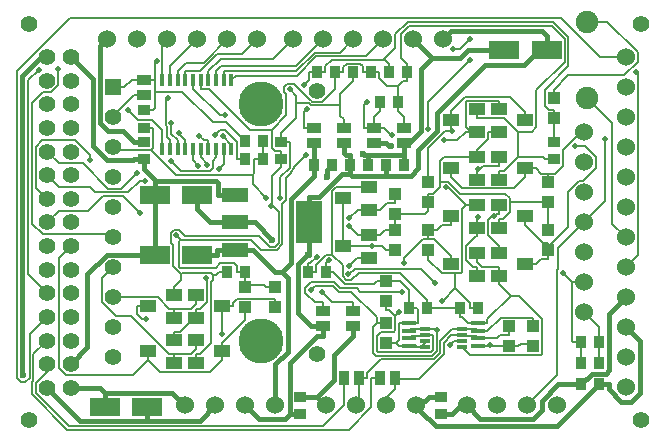
<source format=gtl>
%FSLAX34Y34*%
G04 Gerber Fmt 3.4, Leading zero omitted, Abs format*
G04 (created by PCBNEW (2014-jan-25)-product) date dom 15 jun 2014 08:51:59 CST*
%MOIN*%
G01*
G70*
G90*
G04 APERTURE LIST*
%ADD10C,0.005906*%
%ADD11C,0.056000*%
%ADD12C,0.060000*%
%ADD13C,0.075000*%
%ADD14R,0.055100X0.039300*%
%ADD15R,0.047200X0.013700*%
%ADD16R,0.035433X0.011811*%
%ADD17R,0.043300X0.039300*%
%ADD18C,0.055118*%
%ADD19C,0.020000*%
%ADD20R,0.012000X0.039000*%
%ADD21R,0.087900X0.047900*%
%ADD22R,0.086600X0.141700*%
%ADD23R,0.055000X0.055000*%
%ADD24C,0.055000*%
%ADD25C,0.150000*%
%ADD26R,0.038000X0.050000*%
%ADD27R,0.050000X0.038000*%
%ADD28R,0.102400X0.063000*%
%ADD29R,0.035400X0.039400*%
%ADD30R,0.039400X0.035400*%
%ADD31C,0.020079*%
%ADD32C,0.023622*%
%ADD33C,0.006008*%
%ADD34C,0.006000*%
%ADD35C,0.007874*%
%ADD36C,0.017717*%
G04 APERTURE END LIST*
G54D10*
G54D11*
X78107Y-23989D03*
X78893Y-23989D03*
X78107Y-24776D03*
X78893Y-24776D03*
X78107Y-25563D03*
X78893Y-25563D03*
X78107Y-26351D03*
X78893Y-26351D03*
X78107Y-27138D03*
X78893Y-27138D03*
X78107Y-27926D03*
X78893Y-27926D03*
X78107Y-28713D03*
X78893Y-28713D03*
X78107Y-29500D03*
X78893Y-29500D03*
X78107Y-30287D03*
X78893Y-30287D03*
X78107Y-31074D03*
X78893Y-31074D03*
X78107Y-31862D03*
X78893Y-31862D03*
X78107Y-32649D03*
X78893Y-32649D03*
X78107Y-33437D03*
X78893Y-33437D03*
X78107Y-34224D03*
X78893Y-34224D03*
X78107Y-35011D03*
X78893Y-35011D03*
G54D12*
X80100Y-23400D03*
X81100Y-23400D03*
X82100Y-23400D03*
X83100Y-23400D03*
X84100Y-23400D03*
X85100Y-23400D03*
X91300Y-23400D03*
X90300Y-23400D03*
X89300Y-23400D03*
X88300Y-23400D03*
X87300Y-23400D03*
X86300Y-23400D03*
X90400Y-35600D03*
X89400Y-35600D03*
X88400Y-35600D03*
X87400Y-35600D03*
X82700Y-35600D03*
X83700Y-35600D03*
X84700Y-35600D03*
X85700Y-35600D03*
X95100Y-35600D03*
X94100Y-35600D03*
X93100Y-35600D03*
X92100Y-35600D03*
G54D13*
X96100Y-22821D03*
X96100Y-25359D03*
G54D12*
X96000Y-32500D03*
X96000Y-31500D03*
X96000Y-30500D03*
X96000Y-29500D03*
X96000Y-28500D03*
X96000Y-27500D03*
X96000Y-26500D03*
X97400Y-35000D03*
X97400Y-34000D03*
X97400Y-33000D03*
X97400Y-32000D03*
X97400Y-31000D03*
X97400Y-30000D03*
X97400Y-29000D03*
X97400Y-28000D03*
X97400Y-27000D03*
X97400Y-26000D03*
X97400Y-25000D03*
X97400Y-24000D03*
G54D14*
X93167Y-25726D03*
X93167Y-26474D03*
X94033Y-26100D03*
X92433Y-26474D03*
X92433Y-25726D03*
X91567Y-26100D03*
X93167Y-27326D03*
X93167Y-28074D03*
X94033Y-27700D03*
X92433Y-28074D03*
X92433Y-27326D03*
X91567Y-27700D03*
X93167Y-28926D03*
X93167Y-29674D03*
X94033Y-29300D03*
X92433Y-29674D03*
X92433Y-28926D03*
X91567Y-29300D03*
X93167Y-30526D03*
X93167Y-31274D03*
X94033Y-30900D03*
X92433Y-31274D03*
X92433Y-30526D03*
X91567Y-30900D03*
G54D15*
X92459Y-33624D03*
X92459Y-33368D03*
X92459Y-33114D03*
X92459Y-32858D03*
X90157Y-32858D03*
X90157Y-33114D03*
X90157Y-33368D03*
X90157Y-33624D03*
G54D16*
X91920Y-33655D03*
X91920Y-33458D03*
X91920Y-33261D03*
X91920Y-33064D03*
X90700Y-33064D03*
X90700Y-33261D03*
X90700Y-33458D03*
X90700Y-33655D03*
G54D14*
X82333Y-34174D03*
X82333Y-33426D03*
X81467Y-33800D03*
X83067Y-33426D03*
X83067Y-34174D03*
X83933Y-33800D03*
X83067Y-31926D03*
X83067Y-32674D03*
X83933Y-32300D03*
X82333Y-32674D03*
X82333Y-31926D03*
X81467Y-32300D03*
X88833Y-30674D03*
X88833Y-29926D03*
X87967Y-30300D03*
X88833Y-29074D03*
X88833Y-28326D03*
X87967Y-28700D03*
G54D17*
X84700Y-32334D03*
X84700Y-31666D03*
G54D18*
X87109Y-33890D03*
X77500Y-22900D03*
X77500Y-36100D03*
X97900Y-36100D03*
X97900Y-22900D03*
X87109Y-25110D03*
G54D19*
X92209Y-23400D03*
X92200Y-24100D03*
G54D20*
X81949Y-27048D03*
X82205Y-27048D03*
X82461Y-27048D03*
X82717Y-27048D03*
X82973Y-27048D03*
X83227Y-27048D03*
X83483Y-27048D03*
X83739Y-27048D03*
X83995Y-27048D03*
X84251Y-27048D03*
X84251Y-24752D03*
X83995Y-24752D03*
X83739Y-24752D03*
X83483Y-24752D03*
X83227Y-24752D03*
X82973Y-24752D03*
X82717Y-24752D03*
X82461Y-24752D03*
X82205Y-24752D03*
X81949Y-24752D03*
G54D21*
X84380Y-28591D03*
X84380Y-29500D03*
X84380Y-30409D03*
G54D22*
X86820Y-29500D03*
G54D17*
X93500Y-33634D03*
X93500Y-32966D03*
X94300Y-33634D03*
X94300Y-32966D03*
X94800Y-30434D03*
X94800Y-29766D03*
X90800Y-28834D03*
X90800Y-28166D03*
X94800Y-28834D03*
X94800Y-28166D03*
X90800Y-29766D03*
X90800Y-30434D03*
X85700Y-32334D03*
X85700Y-31666D03*
X89700Y-29766D03*
X89700Y-30434D03*
X89700Y-28566D03*
X89700Y-29234D03*
X95000Y-26034D03*
X95000Y-25366D03*
X89400Y-32134D03*
X89400Y-31466D03*
X89400Y-33534D03*
X89400Y-32866D03*
G54D23*
X80298Y-25000D03*
G54D24*
X80298Y-26000D03*
X80298Y-27000D03*
X80298Y-28000D03*
X80298Y-29000D03*
X80298Y-30000D03*
X80298Y-31000D03*
X80298Y-32000D03*
X80298Y-33000D03*
X80298Y-34000D03*
G54D25*
X85221Y-25563D03*
X85221Y-33437D03*
G54D26*
X89700Y-34700D03*
X89200Y-34700D03*
X88000Y-34700D03*
X88500Y-34700D03*
G54D27*
X81350Y-25250D03*
X81350Y-24750D03*
X88300Y-32450D03*
X88300Y-32950D03*
X90000Y-26350D03*
X90000Y-26850D03*
X89000Y-26350D03*
X89000Y-26850D03*
X87300Y-32450D03*
X87300Y-32950D03*
X88000Y-26350D03*
X88000Y-26850D03*
X87000Y-26350D03*
X87000Y-26850D03*
G54D28*
X83109Y-30600D03*
X81691Y-30600D03*
X94759Y-23750D03*
X93341Y-23750D03*
G54D29*
X88204Y-27600D03*
X88796Y-27600D03*
G54D30*
X81350Y-26804D03*
X81350Y-27396D03*
G54D29*
X89404Y-27600D03*
X89996Y-27600D03*
G54D30*
X86550Y-35896D03*
X86550Y-35304D03*
G54D29*
X96496Y-34200D03*
X95904Y-34200D03*
X96496Y-33500D03*
X95904Y-33500D03*
X90163Y-32360D03*
X90755Y-32360D03*
X87396Y-31150D03*
X86804Y-31150D03*
G54D30*
X85900Y-26804D03*
X85900Y-27396D03*
G54D29*
X84704Y-27400D03*
X85296Y-27400D03*
X85296Y-26800D03*
X84704Y-26800D03*
X87004Y-27600D03*
X87596Y-27600D03*
X87104Y-24500D03*
X87696Y-24500D03*
G54D30*
X95000Y-26804D03*
X95000Y-27396D03*
G54D29*
X89504Y-24500D03*
X90096Y-24500D03*
G54D30*
X91250Y-35304D03*
X91250Y-35896D03*
G54D29*
X96496Y-34900D03*
X95904Y-34900D03*
X92455Y-32360D03*
X91863Y-32360D03*
X89204Y-25500D03*
X89796Y-25500D03*
G54D30*
X81350Y-25754D03*
X81350Y-26346D03*
G54D29*
X88304Y-24500D03*
X88896Y-24500D03*
G54D28*
X83109Y-28600D03*
X81691Y-28600D03*
G54D29*
X84705Y-31150D03*
X84113Y-31150D03*
G54D28*
X81449Y-35640D03*
X80031Y-35640D03*
G54D19*
X88759Y-25491D03*
X83142Y-27605D03*
X86733Y-27263D03*
X91269Y-32104D03*
X83396Y-31367D03*
X82411Y-29928D03*
X92870Y-33591D03*
X91389Y-28334D03*
X89588Y-26586D03*
X91536Y-33585D03*
X85869Y-28689D03*
X87493Y-30764D03*
X84031Y-25931D03*
X86187Y-25061D03*
X88161Y-29623D03*
X86760Y-25724D03*
X86673Y-24930D03*
X87094Y-30641D03*
X85562Y-28951D03*
G54D31*
X89995Y-30838D03*
X92457Y-27709D03*
X91351Y-26760D03*
X96699Y-26734D03*
X89823Y-32500D03*
X86902Y-31759D03*
X91106Y-33079D03*
X83939Y-33227D03*
X81403Y-32721D03*
X88154Y-30962D03*
X88160Y-29362D03*
X91591Y-26461D03*
X92472Y-29313D03*
X83702Y-26601D03*
X97738Y-24490D03*
X79526Y-27418D03*
X81219Y-29197D03*
X77821Y-24407D03*
X82142Y-25342D03*
X80819Y-25750D03*
X82247Y-26189D03*
X83174Y-26607D03*
X82498Y-26503D03*
X81086Y-27853D03*
X82234Y-27463D03*
X83963Y-26629D03*
X81365Y-28112D03*
X83823Y-27714D03*
X92990Y-29294D03*
X91627Y-23726D03*
X78459Y-24401D03*
X90813Y-26393D03*
X83441Y-27592D03*
X95699Y-26957D03*
X88944Y-30300D03*
X81758Y-24124D03*
X89952Y-31806D03*
X87262Y-31824D03*
X95296Y-31179D03*
X91021Y-31511D03*
X88146Y-31223D03*
X85411Y-28678D03*
G54D32*
X77308Y-34599D03*
X87435Y-27978D03*
X88631Y-27218D03*
X85617Y-30097D03*
X86816Y-30593D03*
X89564Y-26954D03*
G54D33*
X91920Y-33261D02*
X91585Y-33261D01*
X91585Y-33261D02*
X91327Y-33518D01*
X91327Y-33518D02*
X91327Y-33902D01*
X91327Y-33902D02*
X90508Y-34721D01*
X90508Y-34721D02*
X89700Y-34721D01*
X93500Y-32965D02*
X93500Y-33252D01*
X93500Y-33252D02*
X93213Y-33252D01*
X93213Y-33252D02*
X93097Y-33368D01*
X93097Y-33368D02*
X92459Y-33368D01*
X92459Y-33368D02*
X92390Y-33299D01*
X92390Y-33299D02*
X91958Y-33299D01*
X91958Y-33299D02*
X91920Y-33261D01*
X89700Y-34721D02*
X89700Y-35040D01*
X89700Y-34700D02*
X89700Y-34721D01*
X89700Y-35040D02*
X89400Y-35340D01*
X89400Y-35340D02*
X89400Y-35600D01*
X91920Y-33064D02*
X91608Y-33064D01*
X91608Y-33064D02*
X91207Y-33465D01*
X91207Y-33465D02*
X91207Y-33852D01*
X91207Y-33852D02*
X90999Y-34061D01*
X90999Y-34061D02*
X89243Y-34061D01*
X89243Y-34061D02*
X88780Y-34524D01*
X88780Y-34524D02*
X88780Y-34700D01*
X88500Y-34700D02*
X88780Y-34700D01*
X92459Y-33114D02*
X92409Y-33064D01*
X92409Y-33064D02*
X91920Y-33064D01*
X88400Y-35600D02*
X88500Y-35500D01*
X88500Y-35500D02*
X88500Y-34700D01*
X94300Y-32965D02*
X94300Y-32679D01*
X92459Y-33114D02*
X92785Y-33114D01*
X92785Y-33114D02*
X93220Y-32679D01*
X93220Y-32679D02*
X94300Y-32679D01*
G54D34*
X82555Y-30073D02*
X84886Y-30073D01*
X84886Y-30073D02*
X85226Y-30413D01*
X85226Y-30413D02*
X85469Y-30413D01*
X85469Y-30413D02*
X85481Y-30425D01*
X85481Y-30425D02*
X85753Y-30425D01*
X85753Y-30425D02*
X85946Y-30233D01*
X85946Y-30233D02*
X85946Y-28881D01*
X85946Y-28881D02*
X86059Y-28767D01*
X86059Y-28767D02*
X86059Y-28018D01*
X86059Y-28018D02*
X86221Y-27856D01*
X86221Y-27856D02*
X86221Y-27821D01*
X86221Y-27821D02*
X86346Y-27695D01*
X86346Y-27695D02*
X86346Y-27650D01*
X86346Y-27650D02*
X86733Y-27263D01*
X92067Y-28925D02*
X91476Y-28334D01*
X91476Y-28334D02*
X91389Y-28334D01*
X89340Y-26350D02*
X89576Y-26586D01*
X89576Y-26586D02*
X89588Y-26586D01*
X88659Y-26350D02*
X88659Y-25591D01*
X88659Y-25591D02*
X88759Y-25491D01*
X91653Y-33458D02*
X91536Y-33575D01*
X91536Y-33575D02*
X91536Y-33585D01*
X82555Y-30073D02*
X82498Y-30131D01*
X82498Y-30131D02*
X82498Y-30972D01*
X82498Y-30972D02*
X82543Y-31017D01*
X82543Y-31017D02*
X83727Y-31017D01*
X83727Y-31017D02*
X83885Y-30859D01*
X83885Y-30859D02*
X84348Y-30859D01*
X84348Y-30859D02*
X84438Y-30949D01*
X84438Y-30949D02*
X84438Y-31150D01*
X82555Y-30073D02*
X82411Y-29928D01*
X83067Y-32387D02*
X83210Y-32387D01*
X83210Y-32387D02*
X83443Y-32154D01*
X83443Y-32154D02*
X83443Y-31415D01*
X83443Y-31415D02*
X83396Y-31367D01*
X89000Y-26350D02*
X88659Y-26350D01*
X83142Y-27605D02*
X82972Y-27436D01*
X82972Y-27436D02*
X82972Y-27047D01*
X82332Y-33425D02*
X82332Y-33139D01*
X83067Y-32617D02*
X82545Y-33139D01*
X82545Y-33139D02*
X82332Y-33139D01*
X83067Y-32617D02*
X83067Y-32560D01*
X83067Y-32674D02*
X83067Y-32617D01*
X91700Y-31197D02*
X91897Y-31197D01*
X91897Y-31197D02*
X91939Y-31155D01*
X91939Y-31155D02*
X91939Y-29053D01*
X91939Y-29053D02*
X92067Y-28925D01*
X90800Y-30434D02*
X90800Y-30742D01*
X90800Y-30742D02*
X91255Y-31197D01*
X91255Y-31197D02*
X91700Y-31197D01*
X91700Y-31197D02*
X91700Y-31693D01*
X91700Y-31693D02*
X91289Y-32104D01*
X91289Y-32104D02*
X91269Y-32104D01*
X91700Y-31693D02*
X92188Y-32181D01*
X92188Y-32181D02*
X92188Y-32360D01*
X92455Y-32360D02*
X92188Y-32360D01*
X83067Y-32560D02*
X83067Y-32387D01*
X85700Y-31665D02*
X85393Y-31665D01*
X84700Y-31594D02*
X85321Y-31594D01*
X85321Y-31594D02*
X85393Y-31665D01*
X84700Y-31594D02*
X84700Y-31522D01*
X84700Y-31665D02*
X84700Y-31594D01*
X92870Y-33624D02*
X92879Y-33634D01*
X92879Y-33634D02*
X93193Y-33634D01*
X92870Y-33591D02*
X92870Y-33624D01*
X92870Y-33624D02*
X92785Y-33624D01*
X89000Y-26350D02*
X89340Y-26350D01*
X92432Y-28925D02*
X92067Y-28925D01*
X89204Y-25787D02*
X89000Y-25991D01*
X89000Y-25991D02*
X89000Y-26350D01*
X84705Y-31150D02*
X84438Y-31150D01*
X84705Y-31154D02*
X84705Y-31150D01*
X84705Y-31154D02*
X84705Y-31187D01*
X84705Y-31293D02*
X84705Y-31437D01*
X84705Y-31293D02*
X84705Y-31187D01*
X93806Y-33634D02*
X93890Y-33550D01*
X93890Y-33550D02*
X94300Y-33550D01*
X92459Y-33624D02*
X92785Y-33624D01*
X89204Y-25500D02*
X89204Y-25787D01*
X93500Y-33634D02*
X93806Y-33634D01*
X94300Y-33634D02*
X94300Y-33550D01*
X91920Y-33458D02*
X91653Y-33458D01*
X84705Y-31437D02*
X84700Y-31442D01*
X84700Y-31442D02*
X84700Y-31522D01*
X93500Y-33634D02*
X93193Y-33634D01*
X86187Y-26804D02*
X86187Y-27672D01*
X86187Y-27672D02*
X85869Y-27990D01*
X85869Y-27990D02*
X85869Y-28689D01*
X86415Y-25534D02*
X86415Y-25289D01*
X86415Y-25289D02*
X86187Y-25061D01*
X85900Y-26536D02*
X86415Y-26021D01*
X86415Y-26021D02*
X86415Y-25534D01*
X87879Y-25598D02*
X86903Y-25598D01*
X86903Y-25598D02*
X86839Y-25534D01*
X86839Y-25534D02*
X86415Y-25534D01*
X87879Y-25598D02*
X87879Y-25949D01*
X87879Y-25949D02*
X88000Y-26069D01*
X88304Y-24787D02*
X87879Y-25211D01*
X87879Y-25211D02*
X87879Y-25598D01*
X85900Y-26804D02*
X86187Y-26804D01*
X91201Y-28144D02*
X91199Y-28146D01*
X91199Y-28146D02*
X91199Y-28312D01*
X91199Y-28312D02*
X90964Y-28547D01*
X90964Y-28547D02*
X90800Y-28547D01*
X91201Y-28144D02*
X91201Y-27459D01*
X91201Y-27459D02*
X91334Y-27325D01*
X91334Y-27325D02*
X92432Y-27325D01*
X93532Y-28834D02*
X93532Y-28691D01*
X93532Y-28691D02*
X93385Y-28544D01*
X93385Y-28544D02*
X91877Y-28544D01*
X91877Y-28544D02*
X91477Y-28144D01*
X91477Y-28144D02*
X91201Y-28144D01*
X90163Y-32072D02*
X90163Y-31748D01*
X90163Y-31748D02*
X89881Y-31465D01*
X89881Y-31465D02*
X89400Y-31465D01*
X87663Y-31150D02*
X87663Y-31186D01*
X87663Y-31186D02*
X88044Y-31567D01*
X88044Y-31567D02*
X88992Y-31567D01*
X88992Y-31567D02*
X89093Y-31465D01*
X89400Y-31465D02*
X89093Y-31465D01*
X88467Y-29925D02*
X88164Y-29623D01*
X88164Y-29623D02*
X88161Y-29623D01*
X87395Y-30862D02*
X87395Y-30862D01*
X87395Y-30862D02*
X87493Y-30764D01*
X93532Y-28834D02*
X93532Y-29165D01*
X93532Y-29165D02*
X93310Y-29387D01*
X93310Y-29387D02*
X93167Y-29387D01*
X93532Y-28834D02*
X94493Y-28834D01*
X94800Y-28834D02*
X94493Y-28834D01*
X93167Y-29674D02*
X93167Y-29387D01*
X92432Y-27325D02*
X92432Y-27039D01*
X92432Y-27039D02*
X92468Y-27039D01*
X92468Y-27039D02*
X92801Y-26706D01*
X92801Y-26706D02*
X92801Y-26474D01*
X88832Y-29925D02*
X89198Y-29925D01*
X89198Y-29925D02*
X89358Y-29765D01*
X89358Y-29765D02*
X89700Y-29765D01*
X88650Y-29925D02*
X88832Y-29925D01*
X88000Y-26350D02*
X88000Y-26069D01*
X87395Y-31150D02*
X87395Y-30862D01*
X90163Y-32360D02*
X90430Y-32360D01*
X90157Y-32858D02*
X90483Y-32858D01*
X90430Y-32360D02*
X90483Y-32412D01*
X90483Y-32412D02*
X90483Y-32858D01*
X90163Y-32216D02*
X90163Y-32360D01*
X90163Y-32216D02*
X90163Y-32072D01*
X89700Y-29234D02*
X89700Y-29479D01*
X89700Y-29234D02*
X90686Y-29234D01*
X90686Y-29234D02*
X90800Y-29120D01*
X89700Y-29765D02*
X89700Y-29479D01*
X84031Y-25931D02*
X83867Y-25931D01*
X83867Y-25931D02*
X82972Y-25037D01*
X93167Y-26474D02*
X92801Y-26474D01*
X88304Y-24500D02*
X88304Y-24787D01*
X94800Y-28834D02*
X94800Y-29479D01*
X82972Y-24752D02*
X82972Y-25037D01*
X85900Y-26804D02*
X85900Y-26536D01*
X89723Y-33516D02*
X89706Y-33534D01*
X89831Y-32858D02*
X89831Y-33409D01*
X89831Y-33409D02*
X89723Y-33516D01*
X89831Y-33624D02*
X89723Y-33516D01*
X90157Y-32858D02*
X89831Y-32858D01*
X90157Y-33624D02*
X89831Y-33624D01*
X90432Y-33655D02*
X90402Y-33624D01*
X90402Y-33624D02*
X90157Y-33624D01*
X89400Y-33534D02*
X89706Y-33534D01*
X88650Y-29925D02*
X88467Y-29925D01*
X90800Y-28834D02*
X90800Y-28547D01*
X90800Y-28834D02*
X90800Y-29120D01*
X87395Y-31150D02*
X87663Y-31150D01*
X90566Y-33655D02*
X90700Y-33521D01*
X90700Y-33521D02*
X90700Y-33458D01*
X90566Y-33655D02*
X90432Y-33655D01*
X90700Y-33655D02*
X90566Y-33655D01*
X94800Y-29765D02*
X94800Y-29479D01*
X86659Y-26350D02*
X86659Y-25825D01*
X86659Y-25825D02*
X86760Y-25724D01*
X95000Y-25747D02*
X94820Y-25747D01*
X94820Y-25747D02*
X94690Y-25616D01*
X94690Y-25616D02*
X94690Y-25070D01*
X94690Y-25070D02*
X95482Y-24277D01*
X95482Y-24277D02*
X95482Y-23331D01*
X95482Y-23331D02*
X94956Y-22805D01*
X94956Y-22805D02*
X90137Y-22805D01*
X90137Y-22805D02*
X89718Y-23225D01*
X89718Y-23225D02*
X89718Y-23692D01*
X89718Y-23692D02*
X89351Y-24060D01*
X87104Y-24500D02*
X87371Y-24500D01*
X89351Y-24060D02*
X89333Y-24077D01*
X89333Y-24077D02*
X87592Y-24077D01*
X87592Y-24077D02*
X87371Y-24299D01*
X87371Y-24299D02*
X87371Y-24500D01*
X89351Y-24060D02*
X89504Y-24212D01*
X87104Y-24500D02*
X86836Y-24500D01*
X86836Y-24500D02*
X86836Y-24767D01*
X86836Y-24767D02*
X86673Y-24930D01*
X87000Y-26350D02*
X86659Y-26350D01*
X89504Y-24500D02*
X89504Y-24212D01*
X95000Y-26034D02*
X95000Y-25747D01*
X95000Y-26804D02*
X95000Y-26034D01*
X85607Y-28922D02*
X85591Y-28922D01*
X85591Y-28922D02*
X85562Y-28951D01*
X82563Y-31223D02*
X82307Y-30967D01*
X82307Y-30967D02*
X82307Y-30261D01*
X82307Y-30261D02*
X82221Y-30174D01*
X82221Y-30174D02*
X82221Y-29850D01*
X82221Y-29850D02*
X82332Y-29738D01*
X82332Y-29738D02*
X82490Y-29738D01*
X82490Y-29738D02*
X82695Y-29944D01*
X82695Y-29944D02*
X85170Y-29944D01*
X85170Y-29944D02*
X85531Y-30305D01*
X85531Y-30305D02*
X85703Y-30305D01*
X85703Y-30305D02*
X85825Y-30183D01*
X85825Y-30183D02*
X85825Y-29141D01*
X85825Y-29141D02*
X85607Y-28922D01*
X85900Y-27663D02*
X85607Y-27956D01*
X85607Y-27956D02*
X85607Y-28922D01*
X87695Y-24500D02*
X87695Y-25042D01*
X87695Y-25042D02*
X87262Y-25475D01*
X87262Y-25475D02*
X86950Y-25475D01*
X86950Y-25475D02*
X86889Y-25414D01*
X86889Y-25414D02*
X86884Y-25414D01*
X86884Y-25414D02*
X86341Y-24871D01*
X86341Y-24871D02*
X86108Y-24871D01*
X86108Y-24871D02*
X85997Y-24983D01*
X85997Y-24983D02*
X85997Y-25150D01*
X85997Y-25150D02*
X86061Y-25214D01*
X86061Y-25214D02*
X86061Y-25929D01*
X86061Y-25929D02*
X85587Y-26403D01*
X85587Y-26403D02*
X85587Y-27017D01*
X85587Y-27017D02*
X85699Y-27128D01*
X85699Y-27128D02*
X85900Y-27128D01*
X85587Y-26403D02*
X84853Y-26403D01*
X84853Y-26403D02*
X83487Y-25037D01*
X83487Y-25037D02*
X83227Y-25037D01*
X93805Y-26476D02*
X94263Y-26476D01*
X94263Y-26476D02*
X94409Y-26330D01*
X94409Y-26330D02*
X94409Y-25096D01*
X94409Y-25096D02*
X95361Y-24144D01*
X95361Y-24144D02*
X95361Y-23380D01*
X95361Y-23380D02*
X94929Y-22948D01*
X94929Y-22948D02*
X90182Y-22948D01*
X90182Y-22948D02*
X89909Y-23221D01*
X89909Y-23221D02*
X89909Y-24026D01*
X89909Y-24026D02*
X90095Y-24212D01*
X87601Y-30571D02*
X87955Y-30926D01*
X87955Y-30926D02*
X87955Y-31302D01*
X87955Y-31302D02*
X88076Y-31422D01*
X88076Y-31422D02*
X88249Y-31422D01*
X88249Y-31422D02*
X88499Y-31172D01*
X88499Y-31172D02*
X89855Y-31172D01*
X89855Y-31172D02*
X90755Y-32072D01*
X87601Y-30571D02*
X87417Y-30571D01*
X87417Y-30571D02*
X87071Y-30918D01*
X87071Y-30918D02*
X87071Y-31150D01*
X88832Y-28325D02*
X87739Y-28325D01*
X87739Y-28325D02*
X87601Y-28464D01*
X87601Y-28464D02*
X87601Y-30571D01*
X86804Y-30862D02*
X86873Y-30862D01*
X86873Y-30862D02*
X87094Y-30641D01*
X83633Y-31252D02*
X83558Y-31177D01*
X83558Y-31177D02*
X82610Y-31177D01*
X82610Y-31177D02*
X82563Y-31223D01*
X83067Y-33887D02*
X83210Y-33887D01*
X83210Y-33887D02*
X83564Y-33533D01*
X83564Y-33533D02*
X83564Y-31497D01*
X83564Y-31497D02*
X83633Y-31428D01*
X83633Y-31428D02*
X83633Y-31252D01*
X83633Y-31252D02*
X83744Y-31252D01*
X83744Y-31252D02*
X83846Y-31150D01*
X82563Y-31223D02*
X82563Y-31408D01*
X82563Y-31408D02*
X82332Y-31639D01*
X82332Y-31925D02*
X82332Y-31639D01*
X93805Y-27318D02*
X93805Y-26476D01*
X94712Y-27395D02*
X94635Y-27318D01*
X94635Y-27318D02*
X93805Y-27318D01*
X93805Y-27318D02*
X93336Y-27787D01*
X93336Y-27787D02*
X93167Y-27787D01*
X93167Y-28074D02*
X93167Y-27787D01*
X93555Y-31949D02*
X93840Y-31949D01*
X93840Y-31949D02*
X94616Y-32724D01*
X94616Y-32724D02*
X94616Y-33870D01*
X94616Y-33870D02*
X94562Y-33924D01*
X94562Y-33924D02*
X92189Y-33924D01*
X92189Y-33924D02*
X91920Y-33655D01*
X92785Y-32858D02*
X92785Y-32719D01*
X92785Y-32719D02*
X93555Y-31949D01*
X93555Y-31949D02*
X93167Y-31560D01*
X92432Y-30525D02*
X92432Y-30812D01*
X93167Y-31274D02*
X93167Y-30987D01*
X93167Y-30987D02*
X92607Y-30987D01*
X92607Y-30987D02*
X92432Y-30812D01*
X93167Y-31417D02*
X93167Y-31274D01*
X93167Y-31417D02*
X93167Y-31560D01*
X83067Y-34174D02*
X83067Y-33887D01*
X86804Y-31150D02*
X86804Y-30862D01*
X85900Y-27395D02*
X85900Y-27663D01*
X84113Y-31150D02*
X83846Y-31150D01*
X93805Y-26476D02*
X93341Y-26012D01*
X93341Y-26012D02*
X92432Y-26012D01*
X90095Y-24500D02*
X90095Y-24212D01*
X90095Y-24500D02*
X90095Y-24787D01*
X92432Y-25725D02*
X92432Y-26012D01*
X91863Y-32360D02*
X91863Y-32647D01*
X91863Y-32647D02*
X91922Y-32647D01*
X91922Y-32647D02*
X92133Y-32858D01*
X90755Y-32360D02*
X91863Y-32360D01*
X92459Y-32858D02*
X92133Y-32858D01*
X92459Y-32858D02*
X92785Y-32858D01*
X90755Y-32360D02*
X90755Y-32072D01*
X83227Y-24752D02*
X83227Y-25037D01*
X85900Y-27395D02*
X85900Y-27128D01*
X87695Y-24500D02*
X87963Y-24500D01*
X95000Y-27395D02*
X94712Y-27395D01*
X88895Y-24500D02*
X88628Y-24500D01*
X87963Y-24500D02*
X87963Y-24333D01*
X87963Y-24333D02*
X88086Y-24210D01*
X88086Y-24210D02*
X88539Y-24210D01*
X88539Y-24210D02*
X88628Y-24299D01*
X88628Y-24299D02*
X88628Y-24500D01*
X88895Y-24500D02*
X89163Y-24500D01*
X89795Y-25500D02*
X89795Y-25787D01*
X89795Y-25787D02*
X90000Y-25991D01*
X90000Y-25991D02*
X90000Y-26350D01*
X89795Y-24965D02*
X89795Y-25500D01*
X89795Y-24965D02*
X89445Y-24965D01*
X89445Y-24965D02*
X89163Y-24683D01*
X89163Y-24683D02*
X89163Y-24500D01*
X90095Y-24787D02*
X89974Y-24787D01*
X89974Y-24787D02*
X89795Y-24965D01*
X86804Y-31150D02*
X87071Y-31150D01*
G54D33*
X90800Y-30052D02*
X90800Y-30052D01*
X90800Y-30052D02*
X90640Y-30052D01*
X90640Y-30052D02*
X89995Y-30697D01*
X89995Y-30697D02*
X89995Y-30838D01*
X91567Y-30613D02*
X91006Y-30052D01*
X91006Y-30052D02*
X90800Y-30052D01*
X90800Y-29765D02*
X91106Y-29765D01*
X91567Y-29300D02*
X91567Y-29586D01*
X91567Y-29586D02*
X91285Y-29586D01*
X91285Y-29586D02*
X91106Y-29765D01*
X91567Y-30900D02*
X91567Y-30613D01*
X90800Y-29765D02*
X90800Y-30052D01*
X92432Y-27822D02*
X92432Y-27734D01*
X92432Y-27734D02*
X92457Y-27709D01*
X93167Y-27325D02*
X93167Y-27612D01*
X93167Y-27612D02*
X92642Y-27612D01*
X92642Y-27612D02*
X92432Y-27822D01*
X92432Y-28074D02*
X92432Y-27822D01*
X92067Y-26474D02*
X91781Y-26760D01*
X91781Y-26760D02*
X91351Y-26760D01*
X93167Y-25725D02*
X93167Y-25439D01*
X92220Y-26474D02*
X92067Y-26321D01*
X92067Y-26321D02*
X92067Y-25463D01*
X92067Y-25463D02*
X92091Y-25439D01*
X92091Y-25439D02*
X93167Y-25439D01*
X92220Y-26474D02*
X92067Y-26474D01*
X92432Y-26474D02*
X92220Y-26474D01*
X96000Y-29500D02*
X96699Y-28800D01*
X96699Y-28800D02*
X96699Y-26734D01*
X89711Y-32612D02*
X89519Y-32420D01*
X89519Y-32420D02*
X89400Y-32420D01*
X90967Y-33261D02*
X90967Y-33752D01*
X90967Y-33752D02*
X90899Y-33820D01*
X90899Y-33820D02*
X89126Y-33820D01*
X89126Y-33820D02*
X89093Y-33787D01*
X89093Y-33787D02*
X89093Y-33283D01*
X89093Y-33283D02*
X89224Y-33152D01*
X89224Y-33152D02*
X89653Y-33152D01*
X89653Y-33152D02*
X89711Y-33095D01*
X89711Y-33095D02*
X89711Y-32612D01*
X89711Y-32612D02*
X89711Y-32612D01*
X89711Y-32612D02*
X89823Y-32500D01*
X96000Y-29500D02*
X95137Y-30362D01*
X95137Y-30362D02*
X95137Y-31068D01*
X95137Y-31068D02*
X95105Y-31100D01*
X95105Y-31100D02*
X95105Y-34594D01*
X95105Y-34594D02*
X94100Y-35600D01*
X90700Y-33261D02*
X90967Y-33261D01*
X89400Y-32134D02*
X89400Y-32420D01*
X90157Y-33368D02*
X90226Y-33299D01*
X90226Y-33299D02*
X90661Y-33299D01*
X90661Y-33299D02*
X90700Y-33261D01*
X91087Y-33087D02*
X91095Y-33079D01*
X91095Y-33079D02*
X91106Y-33079D01*
X91087Y-33087D02*
X91064Y-33064D01*
X91064Y-33064D02*
X90937Y-33064D01*
X89093Y-32865D02*
X88973Y-32986D01*
X88973Y-32986D02*
X88973Y-33837D01*
X88973Y-33837D02*
X89076Y-33940D01*
X89076Y-33940D02*
X90949Y-33940D01*
X90949Y-33940D02*
X91087Y-33802D01*
X91087Y-33802D02*
X91087Y-33087D01*
X86902Y-31759D02*
X87043Y-31617D01*
X87043Y-31617D02*
X87620Y-31617D01*
X87620Y-31617D02*
X87828Y-31826D01*
X87828Y-31826D02*
X88249Y-31826D01*
X88249Y-31826D02*
X89093Y-32669D01*
X89093Y-32669D02*
X89093Y-32865D01*
X89400Y-32865D02*
X89093Y-32865D01*
X90700Y-33064D02*
X90937Y-33064D01*
X90157Y-33114D02*
X90207Y-33064D01*
X90207Y-33064D02*
X90700Y-33064D01*
X97400Y-30000D02*
X96938Y-29538D01*
X96938Y-29538D02*
X96938Y-26197D01*
X96938Y-26197D02*
X96100Y-25359D01*
X83932Y-33513D02*
X84700Y-32746D01*
X84700Y-32746D02*
X84700Y-32620D01*
X81467Y-34086D02*
X80958Y-34594D01*
X80958Y-34594D02*
X78739Y-34594D01*
X78739Y-34594D02*
X78500Y-34355D01*
X78500Y-34355D02*
X78500Y-30680D01*
X78500Y-30680D02*
X78892Y-30287D01*
X81467Y-34086D02*
X81857Y-34477D01*
X81857Y-34477D02*
X83542Y-34477D01*
X83542Y-34477D02*
X83932Y-34086D01*
X83932Y-33800D02*
X83932Y-34086D01*
X81467Y-33800D02*
X81467Y-34086D01*
X83932Y-33787D02*
X83932Y-33800D01*
X83932Y-33787D02*
X83932Y-33513D01*
X84700Y-32334D02*
X84700Y-32620D01*
X83932Y-32586D02*
X83932Y-33221D01*
X83932Y-33221D02*
X83939Y-33227D01*
X81101Y-32300D02*
X81101Y-32537D01*
X81101Y-32537D02*
X81285Y-32721D01*
X81285Y-32721D02*
X81403Y-32721D01*
X83932Y-32300D02*
X83932Y-32586D01*
X81467Y-32300D02*
X81101Y-32300D01*
X83932Y-32300D02*
X84298Y-32300D01*
X84298Y-32300D02*
X84298Y-32173D01*
X84298Y-32173D02*
X84424Y-32047D01*
X84424Y-32047D02*
X85700Y-32047D01*
X85700Y-32334D02*
X85700Y-32047D01*
X88467Y-30674D02*
X88443Y-30674D01*
X88443Y-30674D02*
X88154Y-30962D01*
X88467Y-29074D02*
X88178Y-29362D01*
X88178Y-29362D02*
X88160Y-29362D01*
X88832Y-30674D02*
X88467Y-30674D01*
X88832Y-29074D02*
X88467Y-29074D01*
X88832Y-29074D02*
X89198Y-29074D01*
X89700Y-28565D02*
X89700Y-28852D01*
X89700Y-28852D02*
X89420Y-28852D01*
X89420Y-28852D02*
X89198Y-29074D01*
X91567Y-26439D02*
X91588Y-26461D01*
X91588Y-26461D02*
X91591Y-26461D01*
X91567Y-26439D02*
X91373Y-26439D01*
X91373Y-26439D02*
X90800Y-27012D01*
X90800Y-27012D02*
X90800Y-27879D01*
X91567Y-26439D02*
X91567Y-26100D01*
X94032Y-26100D02*
X94032Y-25813D01*
X91567Y-26100D02*
X91567Y-25793D01*
X91567Y-25793D02*
X92044Y-25316D01*
X92044Y-25316D02*
X93536Y-25316D01*
X93536Y-25316D02*
X94032Y-25813D01*
X90800Y-28165D02*
X90800Y-27879D01*
X92432Y-29674D02*
X92432Y-29352D01*
X92432Y-29352D02*
X92472Y-29313D01*
X92432Y-29745D02*
X92432Y-29674D01*
X92432Y-29745D02*
X92432Y-29960D01*
X92432Y-31274D02*
X92432Y-30987D01*
X92432Y-30987D02*
X92289Y-30987D01*
X92289Y-30987D02*
X92067Y-30765D01*
X92067Y-30765D02*
X92067Y-30290D01*
X92067Y-30290D02*
X92397Y-29960D01*
X92397Y-29960D02*
X92432Y-29960D01*
X96000Y-26500D02*
X95887Y-26500D01*
X95887Y-26500D02*
X95287Y-27100D01*
X95287Y-27100D02*
X95287Y-27622D01*
X95287Y-27622D02*
X95030Y-27879D01*
X95030Y-27879D02*
X94800Y-27879D01*
X94032Y-27700D02*
X94032Y-27986D01*
X94032Y-27986D02*
X93658Y-28360D01*
X93658Y-28360D02*
X91941Y-28360D01*
X91941Y-28360D02*
X91567Y-27986D01*
X91567Y-27700D02*
X91567Y-27986D01*
X94032Y-27700D02*
X94215Y-27700D01*
X94215Y-27700D02*
X94398Y-27700D01*
X94800Y-28165D02*
X94800Y-27879D01*
X94398Y-27700D02*
X94577Y-27879D01*
X94577Y-27879D02*
X94800Y-27879D01*
G54D35*
X84427Y-27400D02*
X84427Y-26807D01*
X84427Y-26807D02*
X84047Y-26427D01*
X84047Y-26427D02*
X83876Y-26427D01*
X83876Y-26427D02*
X83702Y-26601D01*
X84704Y-27400D02*
X84427Y-27400D01*
X81000Y-25250D02*
X80297Y-25952D01*
X80297Y-25952D02*
X80297Y-26000D01*
X81350Y-25250D02*
X81000Y-25250D01*
G54D33*
X88919Y-34700D02*
X88919Y-35659D01*
X88919Y-35659D02*
X88172Y-36406D01*
X88172Y-36406D02*
X78780Y-36406D01*
X78780Y-36406D02*
X77610Y-35236D01*
X77610Y-35236D02*
X77610Y-34813D01*
X77610Y-34813D02*
X77652Y-34771D01*
X77652Y-34771D02*
X77652Y-33891D01*
X77652Y-33891D02*
X78107Y-33437D01*
X89200Y-34700D02*
X88919Y-34700D01*
X88000Y-34700D02*
X88000Y-35575D01*
X88000Y-35575D02*
X87290Y-36285D01*
X87290Y-36285D02*
X78840Y-36285D01*
X78840Y-36285D02*
X77730Y-35175D01*
X77730Y-35175D02*
X77730Y-34863D01*
X77730Y-34863D02*
X78107Y-34487D01*
X78107Y-34487D02*
X78107Y-34224D01*
X81949Y-24752D02*
X81949Y-24466D01*
X81949Y-24466D02*
X81949Y-23550D01*
X81949Y-23550D02*
X82100Y-23400D01*
X82205Y-24752D02*
X82205Y-24295D01*
X82205Y-24295D02*
X83100Y-23400D01*
X84100Y-23400D02*
X83323Y-24176D01*
X83323Y-24176D02*
X82751Y-24176D01*
X82751Y-24176D02*
X82460Y-24466D01*
X82460Y-24752D02*
X82460Y-24466D01*
X82717Y-24752D02*
X82717Y-24466D01*
X82717Y-24466D02*
X83203Y-24466D01*
X83203Y-24466D02*
X83767Y-23902D01*
X83767Y-23902D02*
X84597Y-23902D01*
X84597Y-23902D02*
X85100Y-23400D01*
X97400Y-31000D02*
X97800Y-30600D01*
X97800Y-30600D02*
X97800Y-24552D01*
X97800Y-24552D02*
X97738Y-24490D01*
X78107Y-28712D02*
X77731Y-28337D01*
X77731Y-28337D02*
X77731Y-26976D01*
X77731Y-26976D02*
X77940Y-26767D01*
X77940Y-26767D02*
X79051Y-26767D01*
X79051Y-26767D02*
X79526Y-27242D01*
X79526Y-27242D02*
X79526Y-27418D01*
X78107Y-29500D02*
X78500Y-29106D01*
X78500Y-29106D02*
X79483Y-29106D01*
X79483Y-29106D02*
X79966Y-28624D01*
X79966Y-28624D02*
X80645Y-28624D01*
X80645Y-28624D02*
X81219Y-29197D01*
X78107Y-31862D02*
X77474Y-31229D01*
X77474Y-31229D02*
X77474Y-24754D01*
X77474Y-24754D02*
X77821Y-24407D01*
X97400Y-24000D02*
X96552Y-24000D01*
X96552Y-24000D02*
X95235Y-22683D01*
X95235Y-22683D02*
X78857Y-22683D01*
X78857Y-22683D02*
X77094Y-24445D01*
X77094Y-24445D02*
X77094Y-34700D01*
X77094Y-34700D02*
X77222Y-34827D01*
X77222Y-34827D02*
X77375Y-34827D01*
X77375Y-34827D02*
X77532Y-34670D01*
X77532Y-34670D02*
X77532Y-33223D01*
X77532Y-33223D02*
X78107Y-32649D01*
X82142Y-25342D02*
X82056Y-25428D01*
X82056Y-25428D02*
X82056Y-26268D01*
X82056Y-26268D02*
X82102Y-26313D01*
X82102Y-26313D02*
X82102Y-26659D01*
X82102Y-26659D02*
X82205Y-26762D01*
X82205Y-27047D02*
X82205Y-26762D01*
X81949Y-27047D02*
X81949Y-26427D01*
X81949Y-26427D02*
X81599Y-26078D01*
X81599Y-26078D02*
X81148Y-26078D01*
X81148Y-26078D02*
X80819Y-25750D01*
X82460Y-27047D02*
X82460Y-26762D01*
X82460Y-26762D02*
X82247Y-26549D01*
X82247Y-26549D02*
X82247Y-26189D01*
X83482Y-26762D02*
X83329Y-26762D01*
X83329Y-26762D02*
X83174Y-26607D01*
X83482Y-27047D02*
X83482Y-26762D01*
X82717Y-26762D02*
X82498Y-26544D01*
X82498Y-26544D02*
X82498Y-26503D01*
X82498Y-26503D02*
X82498Y-26503D01*
X82717Y-27047D02*
X82717Y-26762D01*
X83739Y-27333D02*
X83632Y-27439D01*
X83632Y-27439D02*
X83632Y-27686D01*
X83632Y-27686D02*
X83523Y-27795D01*
X83523Y-27795D02*
X82566Y-27795D01*
X82566Y-27795D02*
X82234Y-27463D01*
X78107Y-27137D02*
X78501Y-27532D01*
X78501Y-27532D02*
X79305Y-27532D01*
X79305Y-27532D02*
X80146Y-28372D01*
X80146Y-28372D02*
X80566Y-28372D01*
X80566Y-28372D02*
X81086Y-27853D01*
X83739Y-27047D02*
X83739Y-27333D01*
X84250Y-27047D02*
X84250Y-26916D01*
X84250Y-26916D02*
X83963Y-26629D01*
X83995Y-27047D02*
X83995Y-27542D01*
X83995Y-27542D02*
X83823Y-27714D01*
X78107Y-27925D02*
X78500Y-28319D01*
X78500Y-28319D02*
X79533Y-28319D01*
X79533Y-28319D02*
X79708Y-28494D01*
X79708Y-28494D02*
X80810Y-28494D01*
X80810Y-28494D02*
X81192Y-28112D01*
X81192Y-28112D02*
X81365Y-28112D01*
X93167Y-29212D02*
X93072Y-29212D01*
X93072Y-29212D02*
X92990Y-29294D01*
X93167Y-30239D02*
X93131Y-30239D01*
X93131Y-30239D02*
X92801Y-29909D01*
X92801Y-29909D02*
X92801Y-29436D01*
X92801Y-29436D02*
X92943Y-29294D01*
X92943Y-29294D02*
X92990Y-29294D01*
X93167Y-30525D02*
X93167Y-30239D01*
X93167Y-28925D02*
X93167Y-29212D01*
X84250Y-24752D02*
X84390Y-24612D01*
X84390Y-24612D02*
X86427Y-24612D01*
X86427Y-24612D02*
X87082Y-23957D01*
X87082Y-23957D02*
X88742Y-23957D01*
X88742Y-23957D02*
X89300Y-23400D01*
X88300Y-23400D02*
X87862Y-23837D01*
X87862Y-23837D02*
X87032Y-23837D01*
X87032Y-23837D02*
X86403Y-24466D01*
X86403Y-24466D02*
X83995Y-24466D01*
X83995Y-24752D02*
X83995Y-24466D01*
X87300Y-23400D02*
X86403Y-24296D01*
X86403Y-24296D02*
X83909Y-24296D01*
X83909Y-24296D02*
X83739Y-24466D01*
X83739Y-24752D02*
X83739Y-24466D01*
X83482Y-24752D02*
X83482Y-24466D01*
X83482Y-24466D02*
X83899Y-24050D01*
X83899Y-24050D02*
X85649Y-24050D01*
X85649Y-24050D02*
X86300Y-23400D01*
X80297Y-30000D02*
X80191Y-29893D01*
X80191Y-29893D02*
X77965Y-29893D01*
X77965Y-29893D02*
X77611Y-29539D01*
X77611Y-29539D02*
X77611Y-25507D01*
X77611Y-25507D02*
X77958Y-25160D01*
X77958Y-25160D02*
X78249Y-25160D01*
X78249Y-25160D02*
X78477Y-24932D01*
X78477Y-24932D02*
X78477Y-24419D01*
X78477Y-24419D02*
X78459Y-24401D01*
X92209Y-23400D02*
X91883Y-23726D01*
X91883Y-23726D02*
X91627Y-23726D01*
X92200Y-24100D02*
X90813Y-25486D01*
X90813Y-25486D02*
X90813Y-26393D01*
X90813Y-26393D02*
X90813Y-26393D01*
X94800Y-30309D02*
X95454Y-29655D01*
X95454Y-29655D02*
X95454Y-28493D01*
X95454Y-28493D02*
X95838Y-28109D01*
X95838Y-28109D02*
X95976Y-28109D01*
X95976Y-28109D02*
X96390Y-27695D01*
X96390Y-27695D02*
X96390Y-27309D01*
X96390Y-27309D02*
X96038Y-26957D01*
X96038Y-26957D02*
X95699Y-26957D01*
X83227Y-27333D02*
X83441Y-27548D01*
X83441Y-27548D02*
X83441Y-27592D01*
X83227Y-27047D02*
X83227Y-27333D01*
X94800Y-30309D02*
X94800Y-30185D01*
X94800Y-30434D02*
X94800Y-30309D01*
X94800Y-30434D02*
X94800Y-30720D01*
X94032Y-30900D02*
X94398Y-30900D01*
X94398Y-30900D02*
X94577Y-30720D01*
X94577Y-30720D02*
X94800Y-30720D01*
X94032Y-29586D02*
X94631Y-30185D01*
X94631Y-30185D02*
X94800Y-30185D01*
X94032Y-29300D02*
X94032Y-29586D01*
X80297Y-31000D02*
X79929Y-31368D01*
X79929Y-31368D02*
X79929Y-32152D01*
X79929Y-32152D02*
X80405Y-32628D01*
X80405Y-32628D02*
X80897Y-32628D01*
X80897Y-32628D02*
X82156Y-33887D01*
X82156Y-33887D02*
X82332Y-33887D01*
X82332Y-33887D02*
X82892Y-33887D01*
X82892Y-33887D02*
X83067Y-33712D01*
X82332Y-33917D02*
X82332Y-33887D01*
X83067Y-33425D02*
X83067Y-33712D01*
X82332Y-34174D02*
X82332Y-33917D01*
X80297Y-32000D02*
X81794Y-32000D01*
X81794Y-32000D02*
X82181Y-32387D01*
X82181Y-32387D02*
X82332Y-32387D01*
X82332Y-32387D02*
X82892Y-32387D01*
X82892Y-32387D02*
X83067Y-32212D01*
X82332Y-32417D02*
X82332Y-32387D01*
X83067Y-31925D02*
X83067Y-32212D01*
X82332Y-32674D02*
X82332Y-32417D01*
X87967Y-28986D02*
X87967Y-30013D01*
X87967Y-30300D02*
X87967Y-30013D01*
X87967Y-28700D02*
X87967Y-28986D01*
X88944Y-30300D02*
X87967Y-30300D01*
X88944Y-30300D02*
X89259Y-30300D01*
X89259Y-30300D02*
X89393Y-30434D01*
X89700Y-30434D02*
X89393Y-30434D01*
X96100Y-22820D02*
X96781Y-22820D01*
X96781Y-22820D02*
X97791Y-23831D01*
X97791Y-23831D02*
X97791Y-24160D01*
X97791Y-24160D02*
X97351Y-24600D01*
X97351Y-24600D02*
X95478Y-24600D01*
X95478Y-24600D02*
X95000Y-25079D01*
X95000Y-25365D02*
X95000Y-25079D01*
G54D35*
X81699Y-24750D02*
X81699Y-24183D01*
X81699Y-24183D02*
X81758Y-24124D01*
X87300Y-32160D02*
X87020Y-32160D01*
X87020Y-32160D02*
X86702Y-31842D01*
X86702Y-31842D02*
X86702Y-31676D01*
X86702Y-31676D02*
X86890Y-31488D01*
X86890Y-31488D02*
X87673Y-31488D01*
X87673Y-31488D02*
X87882Y-31696D01*
X87882Y-31696D02*
X88429Y-31696D01*
X88429Y-31696D02*
X88538Y-31806D01*
X88538Y-31806D02*
X89952Y-31806D01*
X84704Y-26800D02*
X84068Y-26164D01*
X84068Y-26164D02*
X83625Y-26164D01*
X83625Y-26164D02*
X82604Y-25142D01*
X82604Y-25142D02*
X81699Y-25142D01*
X81699Y-25142D02*
X81699Y-24750D01*
X81646Y-25754D02*
X81699Y-25701D01*
X81699Y-25701D02*
X81699Y-25142D01*
X81350Y-25754D02*
X81646Y-25754D01*
X81350Y-24750D02*
X81699Y-24750D01*
X80672Y-25000D02*
X80922Y-24750D01*
X80922Y-24750D02*
X81350Y-24750D01*
X80297Y-25000D02*
X80672Y-25000D01*
X87300Y-32450D02*
X87300Y-32160D01*
X96495Y-33500D02*
X96495Y-32995D01*
X96495Y-32995D02*
X96000Y-32500D01*
X96495Y-34200D02*
X96495Y-33500D01*
X84957Y-27925D02*
X84957Y-28224D01*
X84957Y-28224D02*
X85411Y-28678D01*
X88146Y-31223D02*
X88179Y-31223D01*
X88179Y-31223D02*
X88359Y-31042D01*
X88359Y-31042D02*
X90553Y-31042D01*
X90553Y-31042D02*
X91021Y-31511D01*
X88300Y-32160D02*
X87598Y-32160D01*
X87598Y-32160D02*
X87262Y-31824D01*
X88300Y-32450D02*
X88300Y-32160D01*
X84957Y-27925D02*
X85019Y-27863D01*
X85019Y-27863D02*
X85019Y-27400D01*
X81568Y-27100D02*
X82394Y-27925D01*
X82394Y-27925D02*
X84957Y-27925D01*
X95593Y-31500D02*
X95593Y-33465D01*
X95593Y-33465D02*
X95627Y-33500D01*
X96000Y-31500D02*
X95593Y-31500D01*
X95296Y-31179D02*
X95593Y-31476D01*
X95593Y-31476D02*
X95593Y-31500D01*
X81568Y-27100D02*
X81646Y-27022D01*
X81646Y-27022D02*
X81646Y-26345D01*
X80297Y-27000D02*
X80397Y-27100D01*
X80397Y-27100D02*
X81568Y-27100D01*
X81350Y-26345D02*
X81646Y-26345D01*
X85295Y-27400D02*
X85019Y-27400D01*
X85295Y-27400D02*
X85295Y-26800D01*
X95904Y-33500D02*
X95627Y-33500D01*
X95904Y-33500D02*
X95904Y-34200D01*
G54D36*
X85936Y-31157D02*
X86236Y-30857D01*
X86236Y-30857D02*
X86236Y-28843D01*
X86236Y-28843D02*
X86238Y-28842D01*
X86238Y-28842D02*
X86238Y-28711D01*
X86238Y-28711D02*
X87004Y-27945D01*
X87004Y-27600D02*
X87004Y-27945D01*
X78107Y-23989D02*
X77887Y-23989D01*
X77887Y-23989D02*
X77273Y-24603D01*
X77273Y-24603D02*
X77273Y-34563D01*
X77273Y-34563D02*
X77308Y-34599D01*
X84968Y-30409D02*
X85716Y-31157D01*
X85716Y-31157D02*
X85936Y-31157D01*
X85700Y-35600D02*
X85700Y-34229D01*
X85700Y-34229D02*
X86125Y-33803D01*
X86125Y-33803D02*
X86125Y-31346D01*
X86125Y-31346D02*
X85936Y-31157D01*
X87000Y-27188D02*
X87004Y-27192D01*
X87004Y-27192D02*
X87004Y-27600D01*
X84380Y-30409D02*
X84968Y-30409D01*
X83109Y-30600D02*
X83769Y-30600D01*
X84380Y-30409D02*
X83791Y-30409D01*
X83791Y-30409D02*
X83769Y-30431D01*
X83769Y-30431D02*
X83769Y-30600D01*
X87000Y-26850D02*
X87000Y-27188D01*
X90920Y-24020D02*
X91859Y-24020D01*
X91859Y-24020D02*
X92130Y-23750D01*
X92130Y-23750D02*
X92680Y-23750D01*
X90300Y-23400D02*
X90920Y-24020D01*
X90920Y-24020D02*
X90564Y-24377D01*
X90564Y-24377D02*
X90564Y-26455D01*
X90564Y-26455D02*
X90090Y-26929D01*
X90090Y-26929D02*
X90000Y-26929D01*
X88795Y-27254D02*
X88667Y-27254D01*
X88667Y-27254D02*
X88631Y-27218D01*
X81715Y-28136D02*
X81715Y-28086D01*
X81715Y-28086D02*
X81350Y-27721D01*
X81004Y-27395D02*
X80975Y-27424D01*
X80975Y-27424D02*
X80097Y-27424D01*
X80097Y-27424D02*
X79625Y-26952D01*
X79625Y-26952D02*
X79625Y-24721D01*
X79625Y-24721D02*
X78892Y-23989D01*
X81690Y-30600D02*
X81030Y-30600D01*
X78892Y-34224D02*
X79452Y-33664D01*
X79452Y-33664D02*
X79452Y-31236D01*
X79452Y-31236D02*
X80114Y-30575D01*
X80114Y-30575D02*
X81005Y-30575D01*
X81005Y-30575D02*
X81030Y-30600D01*
X89995Y-27254D02*
X89995Y-27192D01*
X89995Y-27192D02*
X90000Y-27188D01*
X89995Y-27254D02*
X88795Y-27254D01*
X90000Y-26929D02*
X90000Y-27188D01*
X90000Y-26850D02*
X90000Y-26929D01*
X93340Y-23750D02*
X92680Y-23750D01*
X88795Y-27600D02*
X88795Y-27254D01*
X89995Y-27600D02*
X89995Y-27254D01*
X87104Y-35304D02*
X87400Y-35600D01*
X86550Y-35304D02*
X87104Y-35304D01*
X87104Y-35304D02*
X87655Y-34753D01*
X87655Y-34753D02*
X87655Y-33933D01*
X87655Y-33933D02*
X88300Y-33288D01*
X88300Y-32950D02*
X88300Y-33288D01*
X87595Y-27600D02*
X87435Y-27760D01*
X87435Y-27760D02*
X87435Y-27978D01*
X81690Y-28600D02*
X81690Y-28136D01*
X81715Y-28136D02*
X83725Y-28136D01*
X83725Y-28136D02*
X83791Y-28202D01*
X83791Y-28202D02*
X83791Y-28590D01*
X81690Y-28136D02*
X81715Y-28136D01*
X81715Y-28136D02*
X81715Y-28136D01*
X84380Y-28590D02*
X83791Y-28590D01*
X91250Y-35895D02*
X91595Y-35895D01*
X91595Y-35895D02*
X91891Y-35600D01*
X91891Y-35600D02*
X92100Y-35600D01*
X95904Y-34900D02*
X95138Y-34900D01*
X95138Y-34900D02*
X94600Y-35438D01*
X94600Y-35438D02*
X94600Y-35743D01*
X94600Y-35743D02*
X94292Y-36051D01*
X94292Y-36051D02*
X92551Y-36051D01*
X92551Y-36051D02*
X92100Y-35600D01*
X97400Y-32000D02*
X96848Y-32551D01*
X96848Y-32551D02*
X96848Y-32551D01*
X96848Y-32551D02*
X96848Y-34431D01*
X96848Y-34431D02*
X96734Y-34545D01*
X96734Y-34545D02*
X96258Y-34545D01*
X96258Y-34545D02*
X95904Y-34900D01*
X82700Y-35600D02*
X82276Y-35176D01*
X82276Y-35176D02*
X80031Y-35176D01*
X81350Y-27395D02*
X81350Y-27721D01*
X81690Y-28785D02*
X81690Y-28600D01*
X81690Y-28785D02*
X81690Y-29063D01*
X78892Y-35010D02*
X79865Y-35010D01*
X79865Y-35010D02*
X80031Y-35176D01*
X80031Y-35640D02*
X80031Y-35176D01*
X81350Y-27395D02*
X81004Y-27395D01*
X81690Y-30600D02*
X81690Y-30136D01*
X81690Y-29063D02*
X81690Y-30136D01*
X94759Y-23286D02*
X94608Y-23136D01*
X94608Y-23136D02*
X91563Y-23136D01*
X91563Y-23136D02*
X91300Y-23400D01*
X94759Y-23502D02*
X94001Y-24259D01*
X94001Y-24259D02*
X92719Y-24259D01*
X92719Y-24259D02*
X91112Y-25866D01*
X91112Y-25866D02*
X91112Y-26447D01*
X91112Y-26447D02*
X90479Y-27080D01*
X90479Y-27080D02*
X90479Y-27701D01*
X90479Y-27701D02*
X90234Y-27945D01*
X90234Y-27945D02*
X89404Y-27945D01*
X86816Y-30593D02*
X86761Y-30593D01*
X86761Y-30593D02*
X86473Y-30881D01*
X86473Y-30881D02*
X86473Y-32522D01*
X86473Y-32522D02*
X86901Y-32950D01*
X86820Y-30357D02*
X86820Y-30590D01*
X86820Y-30590D02*
X86816Y-30593D01*
X84968Y-29500D02*
X85020Y-29500D01*
X85020Y-29500D02*
X85617Y-30097D01*
X94759Y-23502D02*
X94759Y-23286D01*
X94759Y-23750D02*
X94759Y-23502D01*
X88204Y-27875D02*
X88274Y-27945D01*
X88274Y-27945D02*
X89404Y-27945D01*
X84380Y-29500D02*
X84968Y-29500D01*
X87300Y-32950D02*
X86901Y-32950D01*
X86204Y-35895D02*
X86204Y-34172D01*
X86204Y-34172D02*
X87088Y-33288D01*
X87088Y-33288D02*
X87300Y-33288D01*
X86280Y-35895D02*
X86204Y-35895D01*
X86204Y-35895D02*
X86204Y-35895D01*
X86204Y-35895D02*
X86040Y-36059D01*
X86040Y-36059D02*
X85159Y-36059D01*
X85159Y-36059D02*
X84700Y-35600D01*
X87300Y-32950D02*
X87300Y-33288D01*
X86550Y-35895D02*
X86280Y-35895D01*
X86820Y-29500D02*
X86820Y-30357D01*
X81004Y-26804D02*
X80651Y-26450D01*
X80651Y-26450D02*
X80145Y-26450D01*
X80145Y-26450D02*
X79874Y-26180D01*
X79874Y-26180D02*
X79874Y-23625D01*
X79874Y-23625D02*
X80100Y-23400D01*
X83791Y-29500D02*
X83545Y-29500D01*
X83545Y-29500D02*
X83109Y-29063D01*
X83109Y-28600D02*
X83109Y-29063D01*
X84380Y-29500D02*
X83791Y-29500D01*
X88204Y-27875D02*
X87928Y-27875D01*
X87928Y-27875D02*
X87160Y-28642D01*
X87160Y-28642D02*
X86820Y-28642D01*
X88204Y-27875D02*
X88204Y-27600D01*
X86820Y-29500D02*
X86820Y-28642D01*
X81350Y-26804D02*
X81177Y-26804D01*
X81087Y-26804D02*
X81004Y-26804D01*
X81177Y-26804D02*
X81087Y-26804D01*
X88204Y-27600D02*
X88204Y-27254D01*
X88000Y-26850D02*
X88000Y-27188D01*
X88000Y-27188D02*
X88065Y-27254D01*
X88065Y-27254D02*
X88204Y-27254D01*
X89404Y-27600D02*
X89404Y-27945D01*
X89398Y-26850D02*
X89503Y-26954D01*
X89503Y-26954D02*
X89564Y-26954D01*
X90547Y-35600D02*
X90547Y-35786D01*
X90547Y-35786D02*
X91062Y-36301D01*
X91062Y-36301D02*
X95094Y-36301D01*
X95094Y-36301D02*
X96495Y-34900D01*
X91250Y-35304D02*
X90843Y-35304D01*
X90843Y-35304D02*
X90547Y-35600D01*
X90547Y-35600D02*
X90400Y-35600D01*
X96495Y-34900D02*
X96821Y-34900D01*
X96821Y-34900D02*
X96821Y-35062D01*
X96821Y-35062D02*
X97229Y-35470D01*
X97229Y-35470D02*
X97570Y-35470D01*
X97570Y-35470D02*
X97856Y-35185D01*
X97856Y-35185D02*
X97856Y-33456D01*
X97856Y-33456D02*
X97400Y-33000D01*
X89000Y-26850D02*
X89398Y-26850D01*
X83700Y-35600D02*
X83196Y-36103D01*
X83196Y-36103D02*
X81449Y-36103D01*
X81449Y-35640D02*
X81449Y-36103D01*
X81449Y-36103D02*
X79199Y-36103D01*
X79199Y-36103D02*
X78107Y-35010D01*
M02*

</source>
